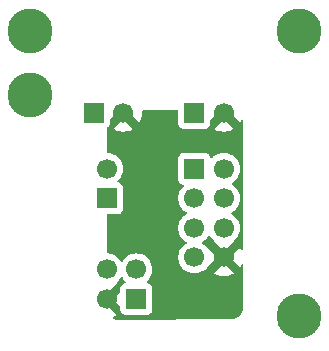
<source format=gbr>
%TF.GenerationSoftware,KiCad,Pcbnew,(7.0.0)*%
%TF.CreationDate,2023-03-06T19:44:32-05:00*%
%TF.ProjectId,Module Board,4d6f6475-6c65-4204-926f-6172642e6b69,rev?*%
%TF.SameCoordinates,Original*%
%TF.FileFunction,Copper,L2,Bot*%
%TF.FilePolarity,Positive*%
%FSLAX46Y46*%
G04 Gerber Fmt 4.6, Leading zero omitted, Abs format (unit mm)*
G04 Created by KiCad (PCBNEW (7.0.0)) date 2023-03-06 19:44:32*
%MOMM*%
%LPD*%
G01*
G04 APERTURE LIST*
%TA.AperFunction,ComponentPad*%
%ADD10C,2.600000*%
%TD*%
%TA.AperFunction,ComponentPad*%
%ADD11R,1.700000X1.700000*%
%TD*%
%TA.AperFunction,ComponentPad*%
%ADD12C,1.700000*%
%TD*%
%TA.AperFunction,ConnectorPad*%
%ADD13C,3.800000*%
%TD*%
G04 APERTURE END LIST*
D10*
%TO.P,,1*%
%TO.N,N/C*%
X113411000Y-63246000D03*
%TD*%
D11*
%TO.P,J1,1,Pin_1*%
%TO.N,/ULS*%
X127291499Y-64711000D03*
D12*
%TO.P,J1,2,Pin_2*%
%TO.N,GND*%
X129791500Y-64711001D03*
%TD*%
D10*
%TO.P,REF\u002A\u002A,1*%
%TO.N,N/C*%
X113411000Y-57785000D03*
D13*
X113411000Y-57785000D03*
%TD*%
D11*
%TO.P,J3,1,Pin_1*%
%TO.N,/SDA*%
X122387999Y-80477999D03*
D12*
%TO.P,J3,2,Pin_2*%
%TO.N,/SCL*%
X122388000Y-77978000D03*
%TO.P,J3,3,Pin_3*%
%TO.N,GND*%
X119888000Y-80478000D03*
%TO.P,J3,4,Pin_4*%
%TO.N,+3V3*%
X119888000Y-77978000D03*
%TD*%
D10*
%TO.P,REF\u002A\u002A,1*%
%TO.N,N/C*%
X113411000Y-63246000D03*
D13*
X113411000Y-63246000D03*
%TD*%
D11*
%TO.P,J2,1,Pin_1*%
%TO.N,/LLS*%
X118785004Y-64711000D03*
D12*
%TO.P,J2,2,Pin_2*%
%TO.N,GND*%
X121285005Y-64711001D03*
%TD*%
D11*
%TO.P,J5,1,Pin_1*%
%TO.N,/MOTOR_NEG*%
X127293999Y-69462014D03*
D12*
%TO.P,J5,2,Pin_2*%
%TO.N,/MOTOR_POS*%
X127294000Y-71962015D03*
%TO.P,J5,3,Pin_3*%
%TO.N,/SCL*%
X127294000Y-74462015D03*
%TO.P,J5,4,Pin_4*%
%TO.N,/SDA*%
X127294000Y-76962015D03*
%TO.P,J5,5,Pin_5*%
%TO.N,/ULS*%
X129794000Y-69462015D03*
%TO.P,J5,6,Pin_6*%
%TO.N,/LLS*%
X129794000Y-71962015D03*
%TO.P,J5,7,Pin_7*%
%TO.N,+3V3*%
X129794000Y-74462015D03*
%TO.P,J5,8,Pin_8*%
%TO.N,GND*%
X129794000Y-76962015D03*
%TD*%
D11*
%TO.P,J4,1,Pin_1*%
%TO.N,Net-(J4-Pin_1)*%
X119891998Y-71959999D03*
D12*
%TO.P,J4,2,Pin_2*%
%TO.N,/MOTOR_NEG*%
X119891999Y-69460000D03*
%TD*%
D10*
%TO.P,REF\u002A\u002A,1*%
%TO.N,N/C*%
X136144000Y-57785000D03*
D13*
X136144000Y-57785000D03*
%TD*%
D10*
%TO.P,REF\u002A\u002A,1*%
%TO.N,N/C*%
X136144000Y-81915000D03*
D13*
X136144000Y-81915000D03*
%TD*%
%TA.AperFunction,Conductor*%
%TO.N,GND*%
G36*
X122639411Y-65535077D02*
G01*
X122649392Y-65540328D01*
X122657874Y-65532890D01*
X122712992Y-65442946D01*
X122716511Y-65436040D01*
X122809913Y-65210547D01*
X122812307Y-65203179D01*
X122869286Y-64965844D01*
X122870497Y-64958199D01*
X122889648Y-64714876D01*
X122889648Y-64707126D01*
X122883009Y-64622767D01*
X122893494Y-64570055D01*
X122929977Y-64530589D01*
X122981704Y-64516000D01*
X125842000Y-64516000D01*
X125891500Y-64529263D01*
X125927736Y-64565500D01*
X125941000Y-64615000D01*
X125941000Y-65606225D01*
X125941000Y-65606243D01*
X125941001Y-65608873D01*
X125941282Y-65611488D01*
X125941283Y-65611504D01*
X125946746Y-65662322D01*
X125946747Y-65662326D01*
X125947409Y-65668484D01*
X125997704Y-65803332D01*
X126001944Y-65808996D01*
X126001947Y-65809001D01*
X126079707Y-65912874D01*
X126083954Y-65918547D01*
X126089626Y-65922793D01*
X126193499Y-66000553D01*
X126193501Y-66000554D01*
X126199169Y-66004797D01*
X126334017Y-66055092D01*
X126393627Y-66061501D01*
X128189372Y-66061500D01*
X128248983Y-66055092D01*
X128383831Y-66004797D01*
X128499046Y-65918547D01*
X128585296Y-65803332D01*
X128635591Y-65668484D01*
X128642000Y-65608874D01*
X128641999Y-65371173D01*
X128649535Y-65333293D01*
X128670995Y-65301174D01*
X129456169Y-64516000D01*
X130126829Y-64516000D01*
X131145906Y-65535077D01*
X131155887Y-65540328D01*
X131164369Y-65532890D01*
X131219487Y-65442946D01*
X131223003Y-65436047D01*
X131244743Y-65383561D01*
X131276455Y-65342512D01*
X131324571Y-65323132D01*
X131375881Y-65330743D01*
X131416300Y-65363255D01*
X131434731Y-65411742D01*
X131444523Y-65511157D01*
X131445000Y-65520861D01*
X131445000Y-76269173D01*
X131430411Y-76320900D01*
X131390945Y-76357383D01*
X131338232Y-76367868D01*
X131287809Y-76349266D01*
X131254536Y-76307058D01*
X131225508Y-76236979D01*
X131221987Y-76230069D01*
X131166868Y-76140123D01*
X131158388Y-76132686D01*
X131148405Y-76137939D01*
X130333544Y-76952800D01*
X130328224Y-76962014D01*
X130333544Y-76971229D01*
X131148406Y-77786091D01*
X131158387Y-77791342D01*
X131166869Y-77783904D01*
X131221987Y-77693960D01*
X131225508Y-77687050D01*
X131254536Y-77616972D01*
X131287809Y-77574764D01*
X131338232Y-77556162D01*
X131390945Y-77566647D01*
X131430411Y-77603130D01*
X131445000Y-77654857D01*
X131445000Y-81175099D01*
X131444530Y-81184735D01*
X131426994Y-81364036D01*
X131423260Y-81382943D01*
X131372718Y-81550802D01*
X131365392Y-81568627D01*
X131283286Y-81723514D01*
X131272645Y-81739582D01*
X131162090Y-81875622D01*
X131148537Y-81889325D01*
X131013709Y-82001376D01*
X130997760Y-82012192D01*
X130843789Y-82095993D01*
X130826045Y-82103515D01*
X130658748Y-82155900D01*
X130639883Y-82159841D01*
X130460789Y-82179345D01*
X130451159Y-82179921D01*
X120903885Y-82284836D01*
X120894108Y-82284460D01*
X120712129Y-82268427D01*
X120692927Y-82264799D01*
X120522363Y-82214718D01*
X120504247Y-82207388D01*
X120422187Y-82164320D01*
X120382333Y-82125944D01*
X120369296Y-82072176D01*
X120387146Y-82019808D01*
X120430309Y-81985196D01*
X120613035Y-81909508D01*
X120619945Y-81905987D01*
X120709889Y-81850869D01*
X120717327Y-81842387D01*
X120712076Y-81832406D01*
X119888000Y-81008330D01*
X119888000Y-79947670D01*
X120712076Y-79123592D01*
X120718107Y-79112129D01*
X120717772Y-79109297D01*
X120725916Y-79056789D01*
X120753909Y-79023368D01*
X120752552Y-79021750D01*
X120755858Y-79018975D01*
X120759401Y-79016495D01*
X120926495Y-78849401D01*
X121056905Y-78663155D01*
X121092287Y-78632127D01*
X121138000Y-78620941D01*
X121183713Y-78632127D01*
X121219094Y-78663155D01*
X121283723Y-78755454D01*
X121347025Y-78845860D01*
X121347028Y-78845864D01*
X121349505Y-78849401D01*
X121352557Y-78852453D01*
X121352558Y-78852454D01*
X121470232Y-78970128D01*
X121496041Y-79015216D01*
X121495466Y-79067164D01*
X121468664Y-79111669D01*
X121430048Y-79132652D01*
X121430517Y-79133909D01*
X121302303Y-79181729D01*
X121302299Y-79181731D01*
X121295669Y-79184204D01*
X121290006Y-79188442D01*
X121289999Y-79188447D01*
X121186126Y-79266207D01*
X121186122Y-79266210D01*
X121180454Y-79270454D01*
X121176210Y-79276122D01*
X121176207Y-79276126D01*
X121098447Y-79379999D01*
X121098442Y-79380006D01*
X121094204Y-79385669D01*
X121091731Y-79392299D01*
X121091729Y-79392303D01*
X121046072Y-79514715D01*
X121046070Y-79514722D01*
X121043909Y-79520517D01*
X121043247Y-79526670D01*
X121043247Y-79526672D01*
X121037782Y-79577499D01*
X121037781Y-79577509D01*
X121037500Y-79580127D01*
X121037500Y-79582772D01*
X121037500Y-79582773D01*
X121037500Y-79817821D01*
X121029964Y-79855707D01*
X121008504Y-79887825D01*
X120427544Y-80468785D01*
X120422224Y-80478000D01*
X120427544Y-80487214D01*
X121008504Y-81068174D01*
X121029964Y-81100292D01*
X121037500Y-81138178D01*
X121037500Y-81373224D01*
X121037500Y-81373242D01*
X121037501Y-81375872D01*
X121037782Y-81378487D01*
X121037783Y-81378503D01*
X121043246Y-81429321D01*
X121043247Y-81429325D01*
X121043909Y-81435483D01*
X121094204Y-81570331D01*
X121098444Y-81575995D01*
X121098447Y-81576000D01*
X121176207Y-81679873D01*
X121180454Y-81685546D01*
X121186126Y-81689792D01*
X121289999Y-81767552D01*
X121290001Y-81767553D01*
X121295669Y-81771796D01*
X121430517Y-81822091D01*
X121490127Y-81828500D01*
X123285872Y-81828499D01*
X123345483Y-81822091D01*
X123480331Y-81771796D01*
X123595546Y-81685546D01*
X123681796Y-81570331D01*
X123732091Y-81435483D01*
X123738500Y-81375873D01*
X123738499Y-79580128D01*
X123732091Y-79520517D01*
X123681796Y-79385669D01*
X123677553Y-79380001D01*
X123677552Y-79379999D01*
X123599792Y-79276126D01*
X123595546Y-79270454D01*
X123570765Y-79251903D01*
X123486000Y-79188447D01*
X123485995Y-79188444D01*
X123480331Y-79184204D01*
X123473697Y-79181729D01*
X123473696Y-79181729D01*
X123345483Y-79133909D01*
X123345951Y-79132651D01*
X123307338Y-79111671D01*
X123280534Y-79067167D01*
X123279958Y-79015217D01*
X123305768Y-78970128D01*
X123423436Y-78852460D01*
X123423435Y-78852460D01*
X123426495Y-78849401D01*
X123562035Y-78655830D01*
X123661903Y-78441663D01*
X123692786Y-78326403D01*
X128964671Y-78326403D01*
X128972108Y-78334883D01*
X129062054Y-78390002D01*
X129068960Y-78393521D01*
X129294453Y-78486923D01*
X129301821Y-78489317D01*
X129539156Y-78546296D01*
X129546801Y-78547507D01*
X129790125Y-78566658D01*
X129797875Y-78566658D01*
X130041198Y-78547507D01*
X130048843Y-78546296D01*
X130286178Y-78489317D01*
X130293546Y-78486923D01*
X130519039Y-78393521D01*
X130525945Y-78390002D01*
X130615889Y-78334884D01*
X130623327Y-78326402D01*
X130618076Y-78316421D01*
X129803214Y-77501559D01*
X129794000Y-77496239D01*
X129784785Y-77501559D01*
X128969924Y-78316420D01*
X128964671Y-78326403D01*
X123692786Y-78326403D01*
X123723063Y-78213408D01*
X123743659Y-77978000D01*
X123723063Y-77742592D01*
X123661903Y-77514337D01*
X123562035Y-77300171D01*
X123426495Y-77106599D01*
X123281911Y-76962015D01*
X125938341Y-76962015D01*
X125938718Y-76966324D01*
X125958560Y-77193122D01*
X125958561Y-77193129D01*
X125958937Y-77197423D01*
X125960051Y-77201584D01*
X125960053Y-77201590D01*
X126018978Y-77421505D01*
X126018981Y-77421513D01*
X126020097Y-77425678D01*
X126021922Y-77429592D01*
X126021924Y-77429597D01*
X126118134Y-77635920D01*
X126118137Y-77635926D01*
X126119965Y-77639845D01*
X126122445Y-77643388D01*
X126122447Y-77643390D01*
X126253025Y-77829875D01*
X126253028Y-77829879D01*
X126255505Y-77833416D01*
X126422599Y-78000510D01*
X126616170Y-78136050D01*
X126830337Y-78235918D01*
X127058592Y-78297078D01*
X127294000Y-78317674D01*
X127529408Y-78297078D01*
X127757663Y-78235918D01*
X127971830Y-78136050D01*
X128165401Y-78000510D01*
X128332495Y-77833416D01*
X128334975Y-77829873D01*
X128337750Y-77826567D01*
X128339368Y-77827924D01*
X128372789Y-77799931D01*
X128425297Y-77791787D01*
X128428129Y-77792122D01*
X128439592Y-77786091D01*
X129254455Y-76971229D01*
X129259775Y-76962014D01*
X129254455Y-76952800D01*
X128439594Y-76137939D01*
X128428126Y-76131905D01*
X128425293Y-76132241D01*
X128372905Y-76124150D01*
X128339329Y-76096137D01*
X128337750Y-76097463D01*
X128334974Y-76094154D01*
X128332495Y-76090614D01*
X128165401Y-75923520D01*
X128161864Y-75921043D01*
X128161860Y-75921040D01*
X127984823Y-75797078D01*
X127979155Y-75793109D01*
X127948127Y-75757728D01*
X127936941Y-75712015D01*
X127948127Y-75666302D01*
X127979155Y-75630920D01*
X128165401Y-75500510D01*
X128332495Y-75333416D01*
X128462905Y-75147170D01*
X128498287Y-75116142D01*
X128544000Y-75104956D01*
X128589713Y-75116142D01*
X128625094Y-75147170D01*
X128689723Y-75239469D01*
X128753025Y-75329875D01*
X128753028Y-75329879D01*
X128755505Y-75333416D01*
X128922599Y-75500510D01*
X128926139Y-75502989D01*
X128929448Y-75505765D01*
X128928212Y-75507237D01*
X128956276Y-75541234D01*
X128964226Y-75593309D01*
X128963890Y-75596142D01*
X128969922Y-75607607D01*
X129784785Y-76422470D01*
X129794000Y-76427790D01*
X129803214Y-76422470D01*
X130618076Y-75607607D01*
X130624107Y-75596144D01*
X130623772Y-75593312D01*
X130631916Y-75540804D01*
X130659909Y-75507383D01*
X130658552Y-75505765D01*
X130661858Y-75502990D01*
X130665401Y-75500510D01*
X130832495Y-75333416D01*
X130968035Y-75139845D01*
X131067903Y-74925678D01*
X131129063Y-74697423D01*
X131149659Y-74462015D01*
X131129063Y-74226607D01*
X131067903Y-73998352D01*
X130968035Y-73784186D01*
X130832495Y-73590614D01*
X130665401Y-73423520D01*
X130661864Y-73421043D01*
X130661860Y-73421040D01*
X130571454Y-73357738D01*
X130479155Y-73293109D01*
X130448127Y-73257728D01*
X130436941Y-73212015D01*
X130448127Y-73166302D01*
X130479155Y-73130920D01*
X130665401Y-73000510D01*
X130832495Y-72833416D01*
X130968035Y-72639845D01*
X131067903Y-72425678D01*
X131129063Y-72197423D01*
X131149659Y-71962015D01*
X131129063Y-71726607D01*
X131067903Y-71498352D01*
X130968035Y-71284186D01*
X130832495Y-71090614D01*
X130665401Y-70923520D01*
X130661864Y-70921043D01*
X130661860Y-70921040D01*
X130529457Y-70828331D01*
X130479155Y-70793109D01*
X130448127Y-70757728D01*
X130436941Y-70712015D01*
X130448127Y-70666302D01*
X130479155Y-70630920D01*
X130665401Y-70500510D01*
X130832495Y-70333416D01*
X130968035Y-70139845D01*
X131067903Y-69925678D01*
X131129063Y-69697423D01*
X131149659Y-69462015D01*
X131129063Y-69226607D01*
X131067903Y-68998352D01*
X130968035Y-68784186D01*
X130832495Y-68590614D01*
X130665401Y-68423520D01*
X130661864Y-68421043D01*
X130661860Y-68421040D01*
X130475375Y-68290462D01*
X130475373Y-68290460D01*
X130471830Y-68287980D01*
X130467911Y-68286152D01*
X130467905Y-68286149D01*
X130261582Y-68189939D01*
X130261577Y-68189937D01*
X130257663Y-68188112D01*
X130253498Y-68186996D01*
X130253490Y-68186993D01*
X130033575Y-68128068D01*
X130033569Y-68128066D01*
X130029408Y-68126952D01*
X130025114Y-68126576D01*
X130025107Y-68126575D01*
X129798309Y-68106733D01*
X129794000Y-68106356D01*
X129789691Y-68106733D01*
X129562892Y-68126575D01*
X129562883Y-68126576D01*
X129558592Y-68126952D01*
X129554432Y-68128066D01*
X129554424Y-68128068D01*
X129334509Y-68186993D01*
X129334497Y-68186997D01*
X129330337Y-68188112D01*
X129326426Y-68189935D01*
X129326417Y-68189939D01*
X129120095Y-68286149D01*
X129120084Y-68286155D01*
X129116171Y-68287980D01*
X129112632Y-68290457D01*
X129112625Y-68290462D01*
X128926139Y-68421040D01*
X128926129Y-68421047D01*
X128922599Y-68423520D01*
X128919551Y-68426567D01*
X128919539Y-68426578D01*
X128801870Y-68544247D01*
X128756778Y-68570058D01*
X128704824Y-68569478D01*
X128660319Y-68542667D01*
X128639350Y-68504062D01*
X128638091Y-68504532D01*
X128587796Y-68369684D01*
X128583553Y-68364016D01*
X128583552Y-68364014D01*
X128505792Y-68260141D01*
X128501546Y-68254469D01*
X128495873Y-68250222D01*
X128392000Y-68172462D01*
X128391995Y-68172459D01*
X128386331Y-68168219D01*
X128379697Y-68165744D01*
X128379696Y-68165744D01*
X128257284Y-68120087D01*
X128257279Y-68120085D01*
X128251483Y-68117924D01*
X128245328Y-68117262D01*
X128245327Y-68117262D01*
X128194500Y-68111797D01*
X128194491Y-68111796D01*
X128191873Y-68111515D01*
X128189227Y-68111515D01*
X126398775Y-68111515D01*
X126398756Y-68111515D01*
X126396128Y-68111516D01*
X126393513Y-68111797D01*
X126393496Y-68111798D01*
X126342678Y-68117261D01*
X126342672Y-68117262D01*
X126336517Y-68117924D01*
X126330716Y-68120087D01*
X126330710Y-68120089D01*
X126208303Y-68165744D01*
X126208299Y-68165746D01*
X126201669Y-68168219D01*
X126196006Y-68172457D01*
X126195999Y-68172462D01*
X126092126Y-68250222D01*
X126092122Y-68250225D01*
X126086454Y-68254469D01*
X126082210Y-68260137D01*
X126082207Y-68260141D01*
X126004447Y-68364014D01*
X126004442Y-68364021D01*
X126000204Y-68369684D01*
X125997731Y-68376314D01*
X125997729Y-68376318D01*
X125952072Y-68498730D01*
X125952070Y-68498737D01*
X125949909Y-68504532D01*
X125949247Y-68510685D01*
X125949247Y-68510687D01*
X125943782Y-68561514D01*
X125943781Y-68561524D01*
X125943500Y-68564142D01*
X125943500Y-68566786D01*
X125943500Y-68566787D01*
X125943500Y-70357239D01*
X125943500Y-70357257D01*
X125943501Y-70359887D01*
X125943782Y-70362502D01*
X125943783Y-70362518D01*
X125949246Y-70413336D01*
X125949247Y-70413340D01*
X125949909Y-70419498D01*
X126000204Y-70554346D01*
X126004444Y-70560010D01*
X126004447Y-70560015D01*
X126082088Y-70663729D01*
X126086454Y-70669561D01*
X126092126Y-70673807D01*
X126195999Y-70751567D01*
X126196001Y-70751568D01*
X126201669Y-70755811D01*
X126287919Y-70787980D01*
X126336517Y-70806106D01*
X126336047Y-70807365D01*
X126374652Y-70828334D01*
X126401463Y-70872839D01*
X126402043Y-70924793D01*
X126376232Y-70969885D01*
X126258563Y-71087554D01*
X126258552Y-71087566D01*
X126255505Y-71090614D01*
X126253032Y-71094144D01*
X126253025Y-71094154D01*
X126122447Y-71280640D01*
X126122442Y-71280647D01*
X126119965Y-71284186D01*
X126118140Y-71288099D01*
X126118134Y-71288110D01*
X126021924Y-71494432D01*
X126021920Y-71494441D01*
X126020097Y-71498352D01*
X126018982Y-71502512D01*
X126018978Y-71502524D01*
X125960053Y-71722439D01*
X125960051Y-71722447D01*
X125958937Y-71726607D01*
X125958561Y-71730898D01*
X125958560Y-71730907D01*
X125938787Y-71956913D01*
X125938341Y-71962015D01*
X125938718Y-71966324D01*
X125958560Y-72193122D01*
X125958561Y-72193129D01*
X125958937Y-72197423D01*
X125960051Y-72201584D01*
X125960053Y-72201590D01*
X126018978Y-72421505D01*
X126018981Y-72421513D01*
X126020097Y-72425678D01*
X126021922Y-72429592D01*
X126021924Y-72429597D01*
X126118134Y-72635920D01*
X126118137Y-72635926D01*
X126119965Y-72639845D01*
X126122445Y-72643388D01*
X126122447Y-72643390D01*
X126253025Y-72829875D01*
X126253028Y-72829879D01*
X126255505Y-72833416D01*
X126422599Y-73000510D01*
X126426137Y-73002987D01*
X126426139Y-73002989D01*
X126608842Y-73130919D01*
X126639872Y-73166302D01*
X126651058Y-73212015D01*
X126639872Y-73257728D01*
X126608842Y-73293111D01*
X126426139Y-73421040D01*
X126426129Y-73421047D01*
X126422599Y-73423520D01*
X126419551Y-73426567D01*
X126419545Y-73426573D01*
X126258558Y-73587560D01*
X126258552Y-73587566D01*
X126255505Y-73590614D01*
X126253032Y-73594144D01*
X126253025Y-73594154D01*
X126122447Y-73780640D01*
X126122442Y-73780647D01*
X126119965Y-73784186D01*
X126118140Y-73788099D01*
X126118134Y-73788110D01*
X126021924Y-73994432D01*
X126021920Y-73994441D01*
X126020097Y-73998352D01*
X126018982Y-74002512D01*
X126018978Y-74002524D01*
X125960053Y-74222439D01*
X125960051Y-74222447D01*
X125958937Y-74226607D01*
X125958561Y-74230898D01*
X125958560Y-74230907D01*
X125938787Y-74456913D01*
X125938341Y-74462015D01*
X125938718Y-74466324D01*
X125958560Y-74693122D01*
X125958561Y-74693129D01*
X125958937Y-74697423D01*
X125960051Y-74701584D01*
X125960053Y-74701590D01*
X126018978Y-74921505D01*
X126018981Y-74921513D01*
X126020097Y-74925678D01*
X126021922Y-74929592D01*
X126021924Y-74929597D01*
X126118134Y-75135920D01*
X126118137Y-75135926D01*
X126119965Y-75139845D01*
X126122445Y-75143388D01*
X126122447Y-75143390D01*
X126253025Y-75329875D01*
X126253028Y-75329879D01*
X126255505Y-75333416D01*
X126422599Y-75500510D01*
X126426137Y-75502987D01*
X126426139Y-75502989D01*
X126608842Y-75630919D01*
X126639872Y-75666302D01*
X126651058Y-75712015D01*
X126639872Y-75757728D01*
X126608842Y-75793111D01*
X126426139Y-75921040D01*
X126426129Y-75921047D01*
X126422599Y-75923520D01*
X126419551Y-75926567D01*
X126419545Y-75926573D01*
X126258558Y-76087560D01*
X126258552Y-76087566D01*
X126255505Y-76090614D01*
X126253032Y-76094144D01*
X126253025Y-76094154D01*
X126122447Y-76280640D01*
X126122442Y-76280647D01*
X126119965Y-76284186D01*
X126118140Y-76288099D01*
X126118134Y-76288110D01*
X126021924Y-76494432D01*
X126021920Y-76494441D01*
X126020097Y-76498352D01*
X126018982Y-76502512D01*
X126018978Y-76502524D01*
X125960053Y-76722439D01*
X125960051Y-76722447D01*
X125958937Y-76726607D01*
X125958561Y-76730898D01*
X125958560Y-76730907D01*
X125940527Y-76937025D01*
X125938341Y-76962015D01*
X123281911Y-76962015D01*
X123259401Y-76939505D01*
X123255864Y-76937028D01*
X123255860Y-76937025D01*
X123069375Y-76806447D01*
X123069373Y-76806445D01*
X123065830Y-76803965D01*
X123061911Y-76802137D01*
X123061905Y-76802134D01*
X122855582Y-76705924D01*
X122855577Y-76705922D01*
X122851663Y-76704097D01*
X122847498Y-76702981D01*
X122847490Y-76702978D01*
X122627575Y-76644053D01*
X122627569Y-76644051D01*
X122623408Y-76642937D01*
X122619114Y-76642561D01*
X122619107Y-76642560D01*
X122392309Y-76622718D01*
X122388000Y-76622341D01*
X122383691Y-76622718D01*
X122156892Y-76642560D01*
X122156883Y-76642561D01*
X122152592Y-76642937D01*
X122148432Y-76644051D01*
X122148424Y-76644053D01*
X121928509Y-76702978D01*
X121928497Y-76702982D01*
X121924337Y-76704097D01*
X121920426Y-76705920D01*
X121920417Y-76705924D01*
X121714095Y-76802134D01*
X121714084Y-76802140D01*
X121710171Y-76803965D01*
X121706632Y-76806442D01*
X121706625Y-76806447D01*
X121520139Y-76937025D01*
X121520129Y-76937032D01*
X121516599Y-76939505D01*
X121513551Y-76942552D01*
X121513545Y-76942558D01*
X121352558Y-77103545D01*
X121352552Y-77103551D01*
X121349505Y-77106599D01*
X121347032Y-77110129D01*
X121347025Y-77110139D01*
X121219096Y-77292843D01*
X121183713Y-77323873D01*
X121138000Y-77335059D01*
X121092287Y-77323873D01*
X121056904Y-77292843D01*
X120928974Y-77110139D01*
X120928972Y-77110137D01*
X120926495Y-77106599D01*
X120759401Y-76939505D01*
X120755864Y-76937028D01*
X120755860Y-76937025D01*
X120569375Y-76806447D01*
X120569373Y-76806445D01*
X120565830Y-76803965D01*
X120561911Y-76802137D01*
X120561905Y-76802134D01*
X120355582Y-76705924D01*
X120355577Y-76705922D01*
X120351663Y-76704097D01*
X120347498Y-76702981D01*
X120347490Y-76702978D01*
X120127575Y-76644053D01*
X120127569Y-76644051D01*
X120123408Y-76642937D01*
X120119112Y-76642561D01*
X120119106Y-76642560D01*
X120023939Y-76634234D01*
X119978370Y-76630247D01*
X119932599Y-76614338D01*
X119899860Y-76578610D01*
X119888000Y-76531625D01*
X119888000Y-73409500D01*
X119901263Y-73360000D01*
X119937500Y-73323764D01*
X119987000Y-73310500D01*
X120785094Y-73310499D01*
X120789871Y-73310499D01*
X120849482Y-73304091D01*
X120984330Y-73253796D01*
X121099545Y-73167546D01*
X121185795Y-73052331D01*
X121236090Y-72917483D01*
X121242499Y-72857873D01*
X121242498Y-71062128D01*
X121236090Y-71002517D01*
X121185795Y-70867669D01*
X121181552Y-70862001D01*
X121181551Y-70861999D01*
X121103791Y-70758126D01*
X121099545Y-70752454D01*
X121045526Y-70712015D01*
X120989999Y-70670447D01*
X120989994Y-70670444D01*
X120984330Y-70666204D01*
X120977696Y-70663729D01*
X120977695Y-70663729D01*
X120849482Y-70615909D01*
X120849950Y-70614651D01*
X120811337Y-70593671D01*
X120784533Y-70549167D01*
X120783957Y-70497217D01*
X120809767Y-70452128D01*
X120927435Y-70334460D01*
X120927435Y-70334459D01*
X120930494Y-70331401D01*
X121066034Y-70137830D01*
X121165902Y-69923663D01*
X121227062Y-69695408D01*
X121247658Y-69460000D01*
X121227062Y-69224592D01*
X121165902Y-68996337D01*
X121141379Y-68943748D01*
X121067864Y-68786095D01*
X121067862Y-68786093D01*
X121066034Y-68782171D01*
X120930494Y-68588599D01*
X120763400Y-68421505D01*
X120759863Y-68419028D01*
X120759859Y-68419025D01*
X120573374Y-68288447D01*
X120573372Y-68288445D01*
X120569829Y-68285965D01*
X120565910Y-68284137D01*
X120565904Y-68284134D01*
X120359581Y-68187924D01*
X120359576Y-68187922D01*
X120355662Y-68186097D01*
X120351497Y-68184981D01*
X120351489Y-68184978D01*
X120131574Y-68126053D01*
X120131568Y-68126051D01*
X120127407Y-68124937D01*
X120123111Y-68124561D01*
X120123105Y-68124560D01*
X120009663Y-68114635D01*
X119978371Y-68111897D01*
X119932599Y-68095988D01*
X119899860Y-68060260D01*
X119888000Y-68013275D01*
X119888000Y-66075389D01*
X120455676Y-66075389D01*
X120463113Y-66083869D01*
X120553059Y-66138988D01*
X120559965Y-66142507D01*
X120785458Y-66235909D01*
X120792826Y-66238303D01*
X121030161Y-66295282D01*
X121037806Y-66296493D01*
X121281130Y-66315644D01*
X121288880Y-66315644D01*
X121532203Y-66296493D01*
X121539848Y-66295282D01*
X121777183Y-66238303D01*
X121784551Y-66235909D01*
X122010044Y-66142507D01*
X122016950Y-66138988D01*
X122106894Y-66083870D01*
X122114331Y-66075389D01*
X128962171Y-66075389D01*
X128969608Y-66083869D01*
X129059554Y-66138988D01*
X129066460Y-66142507D01*
X129291953Y-66235909D01*
X129299321Y-66238303D01*
X129536656Y-66295282D01*
X129544301Y-66296493D01*
X129787625Y-66315644D01*
X129795375Y-66315644D01*
X130038698Y-66296493D01*
X130046343Y-66295282D01*
X130283678Y-66238303D01*
X130291046Y-66235909D01*
X130516539Y-66142507D01*
X130523445Y-66138988D01*
X130613389Y-66083870D01*
X130620827Y-66075388D01*
X130615576Y-66065407D01*
X129800714Y-65250545D01*
X129791499Y-65245225D01*
X129782285Y-65250545D01*
X128967424Y-66065406D01*
X128962171Y-66075389D01*
X122114331Y-66075389D01*
X122114332Y-66075388D01*
X122109081Y-66065407D01*
X121294219Y-65250545D01*
X121285004Y-65245225D01*
X121275790Y-65250545D01*
X120460929Y-66065406D01*
X120455676Y-66075389D01*
X119888000Y-66075389D01*
X119888000Y-66046369D01*
X119898472Y-66002055D01*
X119927671Y-65967116D01*
X119992551Y-65918547D01*
X120078801Y-65803332D01*
X120129096Y-65668484D01*
X120135505Y-65608874D01*
X120135504Y-65371173D01*
X120143040Y-65333293D01*
X120164500Y-65301174D01*
X120949674Y-64516000D01*
X121620334Y-64516000D01*
X122639411Y-65535077D01*
G37*
%TD.AperFunction*%
%TD*%
M02*

</source>
